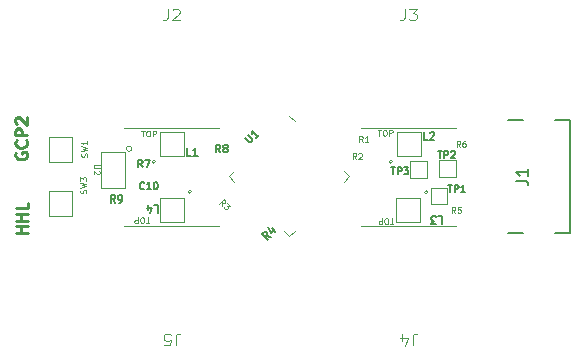
<source format=gbr>
%TF.GenerationSoftware,KiCad,Pcbnew,7.0.6*%
%TF.CreationDate,2023-08-14T23:22:26-07:00*%
%TF.ProjectId,GCP-2,4743502d-322e-46b6-9963-61645f706362,rev?*%
%TF.SameCoordinates,Original*%
%TF.FileFunction,Legend,Top*%
%TF.FilePolarity,Positive*%
%FSLAX46Y46*%
G04 Gerber Fmt 4.6, Leading zero omitted, Abs format (unit mm)*
G04 Created by KiCad (PCBNEW 7.0.6) date 2023-08-14 23:22:26*
%MOMM*%
%LPD*%
G01*
G04 APERTURE LIST*
%ADD10C,0.250000*%
%ADD11C,0.150000*%
%ADD12C,0.125000*%
%ADD13C,0.100000*%
%ADD14C,0.120000*%
%ADD15C,0.200000*%
G04 APERTURE END LIST*
D10*
X176401455Y-144802641D02*
X176353836Y-144897879D01*
X176353836Y-144897879D02*
X176353836Y-145040736D01*
X176353836Y-145040736D02*
X176401455Y-145183593D01*
X176401455Y-145183593D02*
X176496693Y-145278831D01*
X176496693Y-145278831D02*
X176591931Y-145326450D01*
X176591931Y-145326450D02*
X176782407Y-145374069D01*
X176782407Y-145374069D02*
X176925264Y-145374069D01*
X176925264Y-145374069D02*
X177115740Y-145326450D01*
X177115740Y-145326450D02*
X177210978Y-145278831D01*
X177210978Y-145278831D02*
X177306217Y-145183593D01*
X177306217Y-145183593D02*
X177353836Y-145040736D01*
X177353836Y-145040736D02*
X177353836Y-144945498D01*
X177353836Y-144945498D02*
X177306217Y-144802641D01*
X177306217Y-144802641D02*
X177258597Y-144755022D01*
X177258597Y-144755022D02*
X176925264Y-144755022D01*
X176925264Y-144755022D02*
X176925264Y-144945498D01*
X177258597Y-143755022D02*
X177306217Y-143802641D01*
X177306217Y-143802641D02*
X177353836Y-143945498D01*
X177353836Y-143945498D02*
X177353836Y-144040736D01*
X177353836Y-144040736D02*
X177306217Y-144183593D01*
X177306217Y-144183593D02*
X177210978Y-144278831D01*
X177210978Y-144278831D02*
X177115740Y-144326450D01*
X177115740Y-144326450D02*
X176925264Y-144374069D01*
X176925264Y-144374069D02*
X176782407Y-144374069D01*
X176782407Y-144374069D02*
X176591931Y-144326450D01*
X176591931Y-144326450D02*
X176496693Y-144278831D01*
X176496693Y-144278831D02*
X176401455Y-144183593D01*
X176401455Y-144183593D02*
X176353836Y-144040736D01*
X176353836Y-144040736D02*
X176353836Y-143945498D01*
X176353836Y-143945498D02*
X176401455Y-143802641D01*
X176401455Y-143802641D02*
X176449074Y-143755022D01*
X177353836Y-143326450D02*
X176353836Y-143326450D01*
X176353836Y-143326450D02*
X176353836Y-142945498D01*
X176353836Y-142945498D02*
X176401455Y-142850260D01*
X176401455Y-142850260D02*
X176449074Y-142802641D01*
X176449074Y-142802641D02*
X176544312Y-142755022D01*
X176544312Y-142755022D02*
X176687169Y-142755022D01*
X176687169Y-142755022D02*
X176782407Y-142802641D01*
X176782407Y-142802641D02*
X176830026Y-142850260D01*
X176830026Y-142850260D02*
X176877645Y-142945498D01*
X176877645Y-142945498D02*
X176877645Y-143326450D01*
X176449074Y-142374069D02*
X176401455Y-142326450D01*
X176401455Y-142326450D02*
X176353836Y-142231212D01*
X176353836Y-142231212D02*
X176353836Y-141993117D01*
X176353836Y-141993117D02*
X176401455Y-141897879D01*
X176401455Y-141897879D02*
X176449074Y-141850260D01*
X176449074Y-141850260D02*
X176544312Y-141802641D01*
X176544312Y-141802641D02*
X176639550Y-141802641D01*
X176639550Y-141802641D02*
X176782407Y-141850260D01*
X176782407Y-141850260D02*
X177353836Y-142421688D01*
X177353836Y-142421688D02*
X177353836Y-141802641D01*
X177381520Y-151624413D02*
X176381520Y-151624413D01*
X176857710Y-151624413D02*
X176857710Y-151052985D01*
X177381520Y-151052985D02*
X176381520Y-151052985D01*
X177381520Y-150576794D02*
X176381520Y-150576794D01*
X176857710Y-150576794D02*
X176857710Y-150005366D01*
X177381520Y-150005366D02*
X176381520Y-150005366D01*
X177381520Y-149052985D02*
X177381520Y-149529175D01*
X177381520Y-149529175D02*
X176381520Y-149529175D01*
D11*
X208161460Y-146047593D02*
X208504318Y-146047593D01*
X208332889Y-146647593D02*
X208332889Y-146047593D01*
X208704318Y-146647593D02*
X208704318Y-146047593D01*
X208704318Y-146047593D02*
X208932889Y-146047593D01*
X208932889Y-146047593D02*
X208990032Y-146076164D01*
X208990032Y-146076164D02*
X209018603Y-146104736D01*
X209018603Y-146104736D02*
X209047175Y-146161879D01*
X209047175Y-146161879D02*
X209047175Y-146247593D01*
X209047175Y-146247593D02*
X209018603Y-146304736D01*
X209018603Y-146304736D02*
X208990032Y-146333307D01*
X208990032Y-146333307D02*
X208932889Y-146361879D01*
X208932889Y-146361879D02*
X208704318Y-146361879D01*
X209247175Y-146047593D02*
X209618603Y-146047593D01*
X209618603Y-146047593D02*
X209418603Y-146276164D01*
X209418603Y-146276164D02*
X209504318Y-146276164D01*
X209504318Y-146276164D02*
X209561461Y-146304736D01*
X209561461Y-146304736D02*
X209590032Y-146333307D01*
X209590032Y-146333307D02*
X209618603Y-146390450D01*
X209618603Y-146390450D02*
X209618603Y-146533307D01*
X209618603Y-146533307D02*
X209590032Y-146590450D01*
X209590032Y-146590450D02*
X209561461Y-146619022D01*
X209561461Y-146619022D02*
X209504318Y-146647593D01*
X209504318Y-146647593D02*
X209332889Y-146647593D01*
X209332889Y-146647593D02*
X209275746Y-146619022D01*
X209275746Y-146619022D02*
X209247175Y-146590450D01*
X212123011Y-144664369D02*
X212465869Y-144664369D01*
X212294440Y-145264369D02*
X212294440Y-144664369D01*
X212665869Y-145264369D02*
X212665869Y-144664369D01*
X212665869Y-144664369D02*
X212894440Y-144664369D01*
X212894440Y-144664369D02*
X212951583Y-144692940D01*
X212951583Y-144692940D02*
X212980154Y-144721512D01*
X212980154Y-144721512D02*
X213008726Y-144778655D01*
X213008726Y-144778655D02*
X213008726Y-144864369D01*
X213008726Y-144864369D02*
X212980154Y-144921512D01*
X212980154Y-144921512D02*
X212951583Y-144950083D01*
X212951583Y-144950083D02*
X212894440Y-144978655D01*
X212894440Y-144978655D02*
X212665869Y-144978655D01*
X213237297Y-144721512D02*
X213265869Y-144692940D01*
X213265869Y-144692940D02*
X213323012Y-144664369D01*
X213323012Y-144664369D02*
X213465869Y-144664369D01*
X213465869Y-144664369D02*
X213523012Y-144692940D01*
X213523012Y-144692940D02*
X213551583Y-144721512D01*
X213551583Y-144721512D02*
X213580154Y-144778655D01*
X213580154Y-144778655D02*
X213580154Y-144835798D01*
X213580154Y-144835798D02*
X213551583Y-144921512D01*
X213551583Y-144921512D02*
X213208726Y-145264369D01*
X213208726Y-145264369D02*
X213580154Y-145264369D01*
X212996819Y-147533266D02*
X213339677Y-147533266D01*
X213168248Y-148133266D02*
X213168248Y-147533266D01*
X213539677Y-148133266D02*
X213539677Y-147533266D01*
X213539677Y-147533266D02*
X213768248Y-147533266D01*
X213768248Y-147533266D02*
X213825391Y-147561837D01*
X213825391Y-147561837D02*
X213853962Y-147590409D01*
X213853962Y-147590409D02*
X213882534Y-147647552D01*
X213882534Y-147647552D02*
X213882534Y-147733266D01*
X213882534Y-147733266D02*
X213853962Y-147790409D01*
X213853962Y-147790409D02*
X213825391Y-147818980D01*
X213825391Y-147818980D02*
X213768248Y-147847552D01*
X213768248Y-147847552D02*
X213539677Y-147847552D01*
X214453962Y-148133266D02*
X214111105Y-148133266D01*
X214282534Y-148133266D02*
X214282534Y-147533266D01*
X214282534Y-147533266D02*
X214225391Y-147618980D01*
X214225391Y-147618980D02*
X214168248Y-147676123D01*
X214168248Y-147676123D02*
X214111105Y-147704695D01*
X218759227Y-147195574D02*
X219473512Y-147195574D01*
X219473512Y-147195574D02*
X219616369Y-147243193D01*
X219616369Y-147243193D02*
X219711608Y-147338431D01*
X219711608Y-147338431D02*
X219759227Y-147481288D01*
X219759227Y-147481288D02*
X219759227Y-147576526D01*
X219759227Y-146195574D02*
X219759227Y-146767002D01*
X219759227Y-146481288D02*
X218759227Y-146481288D01*
X218759227Y-146481288D02*
X218902084Y-146576526D01*
X218902084Y-146576526D02*
X218997322Y-146671764D01*
X218997322Y-146671764D02*
X219044941Y-146767002D01*
X197970850Y-151902782D02*
X197598778Y-151837122D01*
X197708211Y-152165422D02*
X197248591Y-151705802D01*
X197248591Y-151705802D02*
X197423684Y-151530709D01*
X197423684Y-151530709D02*
X197489344Y-151508823D01*
X197489344Y-151508823D02*
X197533118Y-151508823D01*
X197533118Y-151508823D02*
X197598778Y-151530709D01*
X197598778Y-151530709D02*
X197664437Y-151596369D01*
X197664437Y-151596369D02*
X197686324Y-151662029D01*
X197686324Y-151662029D02*
X197686324Y-151705802D01*
X197686324Y-151705802D02*
X197664437Y-151771462D01*
X197664437Y-151771462D02*
X197489344Y-151946555D01*
X198058397Y-151202410D02*
X198364810Y-151508823D01*
X197773871Y-151136750D02*
X197992737Y-151574483D01*
X197992737Y-151574483D02*
X198277263Y-151289956D01*
D12*
X214007294Y-144321154D02*
X213840628Y-144083059D01*
X213721580Y-144321154D02*
X213721580Y-143821154D01*
X213721580Y-143821154D02*
X213912056Y-143821154D01*
X213912056Y-143821154D02*
X213959675Y-143844964D01*
X213959675Y-143844964D02*
X213983485Y-143868773D01*
X213983485Y-143868773D02*
X214007294Y-143916392D01*
X214007294Y-143916392D02*
X214007294Y-143987821D01*
X214007294Y-143987821D02*
X213983485Y-144035440D01*
X213983485Y-144035440D02*
X213959675Y-144059249D01*
X213959675Y-144059249D02*
X213912056Y-144083059D01*
X213912056Y-144083059D02*
X213721580Y-144083059D01*
X214435866Y-143821154D02*
X214340628Y-143821154D01*
X214340628Y-143821154D02*
X214293009Y-143844964D01*
X214293009Y-143844964D02*
X214269199Y-143868773D01*
X214269199Y-143868773D02*
X214221580Y-143940202D01*
X214221580Y-143940202D02*
X214197771Y-144035440D01*
X214197771Y-144035440D02*
X214197771Y-144225916D01*
X214197771Y-144225916D02*
X214221580Y-144273535D01*
X214221580Y-144273535D02*
X214245390Y-144297345D01*
X214245390Y-144297345D02*
X214293009Y-144321154D01*
X214293009Y-144321154D02*
X214388247Y-144321154D01*
X214388247Y-144321154D02*
X214435866Y-144297345D01*
X214435866Y-144297345D02*
X214459675Y-144273535D01*
X214459675Y-144273535D02*
X214483485Y-144225916D01*
X214483485Y-144225916D02*
X214483485Y-144106868D01*
X214483485Y-144106868D02*
X214459675Y-144059249D01*
X214459675Y-144059249D02*
X214435866Y-144035440D01*
X214435866Y-144035440D02*
X214388247Y-144011630D01*
X214388247Y-144011630D02*
X214293009Y-144011630D01*
X214293009Y-144011630D02*
X214245390Y-144035440D01*
X214245390Y-144035440D02*
X214221580Y-144059249D01*
X214221580Y-144059249D02*
X214197771Y-144106868D01*
X213606300Y-149902559D02*
X213439634Y-149664464D01*
X213320586Y-149902559D02*
X213320586Y-149402559D01*
X213320586Y-149402559D02*
X213511062Y-149402559D01*
X213511062Y-149402559D02*
X213558681Y-149426369D01*
X213558681Y-149426369D02*
X213582491Y-149450178D01*
X213582491Y-149450178D02*
X213606300Y-149497797D01*
X213606300Y-149497797D02*
X213606300Y-149569226D01*
X213606300Y-149569226D02*
X213582491Y-149616845D01*
X213582491Y-149616845D02*
X213558681Y-149640654D01*
X213558681Y-149640654D02*
X213511062Y-149664464D01*
X213511062Y-149664464D02*
X213320586Y-149664464D01*
X214058681Y-149402559D02*
X213820586Y-149402559D01*
X213820586Y-149402559D02*
X213796777Y-149640654D01*
X213796777Y-149640654D02*
X213820586Y-149616845D01*
X213820586Y-149616845D02*
X213868205Y-149593035D01*
X213868205Y-149593035D02*
X213987253Y-149593035D01*
X213987253Y-149593035D02*
X214034872Y-149616845D01*
X214034872Y-149616845D02*
X214058681Y-149640654D01*
X214058681Y-149640654D02*
X214082491Y-149688273D01*
X214082491Y-149688273D02*
X214082491Y-149807321D01*
X214082491Y-149807321D02*
X214058681Y-149854940D01*
X214058681Y-149854940D02*
X214034872Y-149878750D01*
X214034872Y-149878750D02*
X213987253Y-149902559D01*
X213987253Y-149902559D02*
X213868205Y-149902559D01*
X213868205Y-149902559D02*
X213820586Y-149878750D01*
X213820586Y-149878750D02*
X213796777Y-149854940D01*
D11*
X187126521Y-146058250D02*
X186909854Y-145748726D01*
X186755092Y-146058250D02*
X186755092Y-145408250D01*
X186755092Y-145408250D02*
X187002711Y-145408250D01*
X187002711Y-145408250D02*
X187064616Y-145439202D01*
X187064616Y-145439202D02*
X187095569Y-145470155D01*
X187095569Y-145470155D02*
X187126521Y-145532059D01*
X187126521Y-145532059D02*
X187126521Y-145624917D01*
X187126521Y-145624917D02*
X187095569Y-145686821D01*
X187095569Y-145686821D02*
X187064616Y-145717774D01*
X187064616Y-145717774D02*
X187002711Y-145748726D01*
X187002711Y-145748726D02*
X186755092Y-145748726D01*
X187343188Y-145408250D02*
X187776521Y-145408250D01*
X187776521Y-145408250D02*
X187497950Y-146058250D01*
D13*
X189253074Y-132603660D02*
X189253074Y-133317945D01*
X189253074Y-133317945D02*
X189205455Y-133460802D01*
X189205455Y-133460802D02*
X189110217Y-133556041D01*
X189110217Y-133556041D02*
X188967360Y-133603660D01*
X188967360Y-133603660D02*
X188872122Y-133603660D01*
X189681646Y-132698898D02*
X189729265Y-132651279D01*
X189729265Y-132651279D02*
X189824503Y-132603660D01*
X189824503Y-132603660D02*
X190062598Y-132603660D01*
X190062598Y-132603660D02*
X190157836Y-132651279D01*
X190157836Y-132651279D02*
X190205455Y-132698898D01*
X190205455Y-132698898D02*
X190253074Y-132794136D01*
X190253074Y-132794136D02*
X190253074Y-132889374D01*
X190253074Y-132889374D02*
X190205455Y-133032231D01*
X190205455Y-133032231D02*
X189634027Y-133603660D01*
X189634027Y-133603660D02*
X190253074Y-133603660D01*
X187001457Y-142933881D02*
X187287171Y-142933881D01*
X187144314Y-143433881D02*
X187144314Y-142933881D01*
X187549075Y-142933881D02*
X187644313Y-142933881D01*
X187644313Y-142933881D02*
X187691932Y-142957691D01*
X187691932Y-142957691D02*
X187739551Y-143005310D01*
X187739551Y-143005310D02*
X187763361Y-143100548D01*
X187763361Y-143100548D02*
X187763361Y-143267214D01*
X187763361Y-143267214D02*
X187739551Y-143362452D01*
X187739551Y-143362452D02*
X187691932Y-143410072D01*
X187691932Y-143410072D02*
X187644313Y-143433881D01*
X187644313Y-143433881D02*
X187549075Y-143433881D01*
X187549075Y-143433881D02*
X187501456Y-143410072D01*
X187501456Y-143410072D02*
X187453837Y-143362452D01*
X187453837Y-143362452D02*
X187430028Y-143267214D01*
X187430028Y-143267214D02*
X187430028Y-143100548D01*
X187430028Y-143100548D02*
X187453837Y-143005310D01*
X187453837Y-143005310D02*
X187501456Y-142957691D01*
X187501456Y-142957691D02*
X187549075Y-142933881D01*
X187977647Y-143433881D02*
X187977647Y-142933881D01*
X187977647Y-142933881D02*
X188168123Y-142933881D01*
X188168123Y-142933881D02*
X188215742Y-142957691D01*
X188215742Y-142957691D02*
X188239552Y-142981500D01*
X188239552Y-142981500D02*
X188263361Y-143029119D01*
X188263361Y-143029119D02*
X188263361Y-143100548D01*
X188263361Y-143100548D02*
X188239552Y-143148167D01*
X188239552Y-143148167D02*
X188215742Y-143171976D01*
X188215742Y-143171976D02*
X188168123Y-143195786D01*
X188168123Y-143195786D02*
X187977647Y-143195786D01*
D12*
X205748981Y-143909322D02*
X205582315Y-143671227D01*
X205463267Y-143909322D02*
X205463267Y-143409322D01*
X205463267Y-143409322D02*
X205653743Y-143409322D01*
X205653743Y-143409322D02*
X205701362Y-143433132D01*
X205701362Y-143433132D02*
X205725172Y-143456941D01*
X205725172Y-143456941D02*
X205748981Y-143504560D01*
X205748981Y-143504560D02*
X205748981Y-143575989D01*
X205748981Y-143575989D02*
X205725172Y-143623608D01*
X205725172Y-143623608D02*
X205701362Y-143647417D01*
X205701362Y-143647417D02*
X205653743Y-143671227D01*
X205653743Y-143671227D02*
X205463267Y-143671227D01*
X206225172Y-143909322D02*
X205939458Y-143909322D01*
X206082315Y-143909322D02*
X206082315Y-143409322D01*
X206082315Y-143409322D02*
X206034696Y-143480751D01*
X206034696Y-143480751D02*
X205987077Y-143528370D01*
X205987077Y-143528370D02*
X205939458Y-143552179D01*
D11*
X195768327Y-143543764D02*
X196140400Y-143915836D01*
X196140400Y-143915836D02*
X196206060Y-143937723D01*
X196206060Y-143937723D02*
X196249833Y-143937723D01*
X196249833Y-143937723D02*
X196315493Y-143915836D01*
X196315493Y-143915836D02*
X196403040Y-143828290D01*
X196403040Y-143828290D02*
X196424926Y-143762630D01*
X196424926Y-143762630D02*
X196424926Y-143718857D01*
X196424926Y-143718857D02*
X196403040Y-143653197D01*
X196403040Y-143653197D02*
X196030967Y-143281124D01*
X196950205Y-143281124D02*
X196687566Y-143543764D01*
X196818886Y-143412444D02*
X196359266Y-142952825D01*
X196359266Y-142952825D02*
X196381153Y-143062258D01*
X196381153Y-143062258D02*
X196381153Y-143149804D01*
X196381153Y-143149804D02*
X196359266Y-143215464D01*
X191227108Y-145057786D02*
X190917584Y-145057786D01*
X190917584Y-145057786D02*
X190917584Y-144407786D01*
X191784251Y-145057786D02*
X191412822Y-145057786D01*
X191598536Y-145057786D02*
X191598536Y-144407786D01*
X191598536Y-144407786D02*
X191536632Y-144500643D01*
X191536632Y-144500643D02*
X191474727Y-144562548D01*
X191474727Y-144562548D02*
X191412822Y-144593500D01*
X188098354Y-149248070D02*
X188407878Y-149248070D01*
X188407878Y-149248070D02*
X188407878Y-149898070D01*
X187603116Y-149681403D02*
X187603116Y-149248070D01*
X187757878Y-149929023D02*
X187912640Y-149464737D01*
X187912640Y-149464737D02*
X187510259Y-149464737D01*
D12*
X193823029Y-149311769D02*
X193873536Y-149025560D01*
X193620998Y-149109739D02*
X193974552Y-148756186D01*
X193974552Y-148756186D02*
X194109239Y-148890873D01*
X194109239Y-148890873D02*
X194126075Y-148941380D01*
X194126075Y-148941380D02*
X194126075Y-148975052D01*
X194126075Y-148975052D02*
X194109239Y-149025560D01*
X194109239Y-149025560D02*
X194058731Y-149076067D01*
X194058731Y-149076067D02*
X194008223Y-149092903D01*
X194008223Y-149092903D02*
X193974552Y-149092903D01*
X193974552Y-149092903D02*
X193924044Y-149076067D01*
X193924044Y-149076067D02*
X193789357Y-148941380D01*
X194294433Y-149076067D02*
X194513300Y-149294934D01*
X194513300Y-149294934D02*
X194260762Y-149311769D01*
X194260762Y-149311769D02*
X194311269Y-149362277D01*
X194311269Y-149362277D02*
X194328105Y-149412785D01*
X194328105Y-149412785D02*
X194328105Y-149446456D01*
X194328105Y-149446456D02*
X194311269Y-149496964D01*
X194311269Y-149496964D02*
X194227090Y-149581143D01*
X194227090Y-149581143D02*
X194176582Y-149597979D01*
X194176582Y-149597979D02*
X194142910Y-149597979D01*
X194142910Y-149597979D02*
X194092403Y-149581143D01*
X194092403Y-149581143D02*
X193991388Y-149480128D01*
X193991388Y-149480128D02*
X193974552Y-149429621D01*
X193974552Y-149429621D02*
X193974552Y-149395949D01*
D11*
X193694156Y-144779403D02*
X193477489Y-144469879D01*
X193322727Y-144779403D02*
X193322727Y-144129403D01*
X193322727Y-144129403D02*
X193570346Y-144129403D01*
X193570346Y-144129403D02*
X193632251Y-144160355D01*
X193632251Y-144160355D02*
X193663204Y-144191308D01*
X193663204Y-144191308D02*
X193694156Y-144253212D01*
X193694156Y-144253212D02*
X193694156Y-144346070D01*
X193694156Y-144346070D02*
X193663204Y-144407974D01*
X193663204Y-144407974D02*
X193632251Y-144438927D01*
X193632251Y-144438927D02*
X193570346Y-144469879D01*
X193570346Y-144469879D02*
X193322727Y-144469879D01*
X194065585Y-144407974D02*
X194003680Y-144377022D01*
X194003680Y-144377022D02*
X193972727Y-144346070D01*
X193972727Y-144346070D02*
X193941775Y-144284165D01*
X193941775Y-144284165D02*
X193941775Y-144253212D01*
X193941775Y-144253212D02*
X193972727Y-144191308D01*
X193972727Y-144191308D02*
X194003680Y-144160355D01*
X194003680Y-144160355D02*
X194065585Y-144129403D01*
X194065585Y-144129403D02*
X194189394Y-144129403D01*
X194189394Y-144129403D02*
X194251299Y-144160355D01*
X194251299Y-144160355D02*
X194282251Y-144191308D01*
X194282251Y-144191308D02*
X194313204Y-144253212D01*
X194313204Y-144253212D02*
X194313204Y-144284165D01*
X194313204Y-144284165D02*
X194282251Y-144346070D01*
X194282251Y-144346070D02*
X194251299Y-144377022D01*
X194251299Y-144377022D02*
X194189394Y-144407974D01*
X194189394Y-144407974D02*
X194065585Y-144407974D01*
X194065585Y-144407974D02*
X194003680Y-144438927D01*
X194003680Y-144438927D02*
X193972727Y-144469879D01*
X193972727Y-144469879D02*
X193941775Y-144531784D01*
X193941775Y-144531784D02*
X193941775Y-144655593D01*
X193941775Y-144655593D02*
X193972727Y-144717498D01*
X193972727Y-144717498D02*
X194003680Y-144748451D01*
X194003680Y-144748451D02*
X194065585Y-144779403D01*
X194065585Y-144779403D02*
X194189394Y-144779403D01*
X194189394Y-144779403D02*
X194251299Y-144748451D01*
X194251299Y-144748451D02*
X194282251Y-144717498D01*
X194282251Y-144717498D02*
X194313204Y-144655593D01*
X194313204Y-144655593D02*
X194313204Y-144531784D01*
X194313204Y-144531784D02*
X194282251Y-144469879D01*
X194282251Y-144469879D02*
X194251299Y-144438927D01*
X194251299Y-144438927D02*
X194189394Y-144407974D01*
D12*
X205207097Y-145350733D02*
X205040431Y-145112638D01*
X204921383Y-145350733D02*
X204921383Y-144850733D01*
X204921383Y-144850733D02*
X205111859Y-144850733D01*
X205111859Y-144850733D02*
X205159478Y-144874543D01*
X205159478Y-144874543D02*
X205183288Y-144898352D01*
X205183288Y-144898352D02*
X205207097Y-144945971D01*
X205207097Y-144945971D02*
X205207097Y-145017400D01*
X205207097Y-145017400D02*
X205183288Y-145065019D01*
X205183288Y-145065019D02*
X205159478Y-145088828D01*
X205159478Y-145088828D02*
X205111859Y-145112638D01*
X205111859Y-145112638D02*
X204921383Y-145112638D01*
X205397574Y-144898352D02*
X205421383Y-144874543D01*
X205421383Y-144874543D02*
X205469002Y-144850733D01*
X205469002Y-144850733D02*
X205588050Y-144850733D01*
X205588050Y-144850733D02*
X205635669Y-144874543D01*
X205635669Y-144874543D02*
X205659478Y-144898352D01*
X205659478Y-144898352D02*
X205683288Y-144945971D01*
X205683288Y-144945971D02*
X205683288Y-144993590D01*
X205683288Y-144993590D02*
X205659478Y-145065019D01*
X205659478Y-145065019D02*
X205373764Y-145350733D01*
X205373764Y-145350733D02*
X205683288Y-145350733D01*
D13*
X189919741Y-161120821D02*
X189919741Y-160406536D01*
X189919741Y-160406536D02*
X189967360Y-160263679D01*
X189967360Y-160263679D02*
X190062598Y-160168441D01*
X190062598Y-160168441D02*
X190205455Y-160120821D01*
X190205455Y-160120821D02*
X190300693Y-160120821D01*
X188967360Y-161120821D02*
X189443550Y-161120821D01*
X189443550Y-161120821D02*
X189491169Y-160644631D01*
X189491169Y-160644631D02*
X189443550Y-160692250D01*
X189443550Y-160692250D02*
X189348312Y-160739869D01*
X189348312Y-160739869D02*
X189110217Y-160739869D01*
X189110217Y-160739869D02*
X189014979Y-160692250D01*
X189014979Y-160692250D02*
X188967360Y-160644631D01*
X188967360Y-160644631D02*
X188919741Y-160549393D01*
X188919741Y-160549393D02*
X188919741Y-160311298D01*
X188919741Y-160311298D02*
X188967360Y-160216060D01*
X188967360Y-160216060D02*
X189014979Y-160168441D01*
X189014979Y-160168441D02*
X189110217Y-160120821D01*
X189110217Y-160120821D02*
X189348312Y-160120821D01*
X189348312Y-160120821D02*
X189443550Y-160168441D01*
X189443550Y-160168441D02*
X189491169Y-160216060D01*
X187694999Y-150781431D02*
X187409285Y-150781431D01*
X187552142Y-150281431D02*
X187552142Y-150781431D01*
X187147381Y-150781431D02*
X187052143Y-150781431D01*
X187052143Y-150781431D02*
X187004524Y-150757621D01*
X187004524Y-150757621D02*
X186956905Y-150710002D01*
X186956905Y-150710002D02*
X186933095Y-150614764D01*
X186933095Y-150614764D02*
X186933095Y-150448098D01*
X186933095Y-150448098D02*
X186956905Y-150352860D01*
X186956905Y-150352860D02*
X187004524Y-150305241D01*
X187004524Y-150305241D02*
X187052143Y-150281431D01*
X187052143Y-150281431D02*
X187147381Y-150281431D01*
X187147381Y-150281431D02*
X187195000Y-150305241D01*
X187195000Y-150305241D02*
X187242619Y-150352860D01*
X187242619Y-150352860D02*
X187266428Y-150448098D01*
X187266428Y-150448098D02*
X187266428Y-150614764D01*
X187266428Y-150614764D02*
X187242619Y-150710002D01*
X187242619Y-150710002D02*
X187195000Y-150757621D01*
X187195000Y-150757621D02*
X187147381Y-150781431D01*
X186718809Y-150281431D02*
X186718809Y-150781431D01*
X186718809Y-150781431D02*
X186528333Y-150781431D01*
X186528333Y-150781431D02*
X186480714Y-150757621D01*
X186480714Y-150757621D02*
X186456904Y-150733812D01*
X186456904Y-150733812D02*
X186433095Y-150686193D01*
X186433095Y-150686193D02*
X186433095Y-150614764D01*
X186433095Y-150614764D02*
X186456904Y-150567145D01*
X186456904Y-150567145D02*
X186480714Y-150543336D01*
X186480714Y-150543336D02*
X186528333Y-150519526D01*
X186528333Y-150519526D02*
X186718809Y-150519526D01*
D11*
X187260972Y-147842057D02*
X187232400Y-147870629D01*
X187232400Y-147870629D02*
X187146686Y-147899200D01*
X187146686Y-147899200D02*
X187089543Y-147899200D01*
X187089543Y-147899200D02*
X187003829Y-147870629D01*
X187003829Y-147870629D02*
X186946686Y-147813486D01*
X186946686Y-147813486D02*
X186918115Y-147756343D01*
X186918115Y-147756343D02*
X186889543Y-147642057D01*
X186889543Y-147642057D02*
X186889543Y-147556343D01*
X186889543Y-147556343D02*
X186918115Y-147442057D01*
X186918115Y-147442057D02*
X186946686Y-147384914D01*
X186946686Y-147384914D02*
X187003829Y-147327771D01*
X187003829Y-147327771D02*
X187089543Y-147299200D01*
X187089543Y-147299200D02*
X187146686Y-147299200D01*
X187146686Y-147299200D02*
X187232400Y-147327771D01*
X187232400Y-147327771D02*
X187260972Y-147356343D01*
X187832400Y-147899200D02*
X187489543Y-147899200D01*
X187660972Y-147899200D02*
X187660972Y-147299200D01*
X187660972Y-147299200D02*
X187603829Y-147384914D01*
X187603829Y-147384914D02*
X187546686Y-147442057D01*
X187546686Y-147442057D02*
X187489543Y-147470629D01*
X188203829Y-147299200D02*
X188260972Y-147299200D01*
X188260972Y-147299200D02*
X188318115Y-147327771D01*
X188318115Y-147327771D02*
X188346687Y-147356343D01*
X188346687Y-147356343D02*
X188375258Y-147413486D01*
X188375258Y-147413486D02*
X188403829Y-147527771D01*
X188403829Y-147527771D02*
X188403829Y-147670629D01*
X188403829Y-147670629D02*
X188375258Y-147784914D01*
X188375258Y-147784914D02*
X188346687Y-147842057D01*
X188346687Y-147842057D02*
X188318115Y-147870629D01*
X188318115Y-147870629D02*
X188260972Y-147899200D01*
X188260972Y-147899200D02*
X188203829Y-147899200D01*
X188203829Y-147899200D02*
X188146687Y-147870629D01*
X188146687Y-147870629D02*
X188118115Y-147842057D01*
X188118115Y-147842057D02*
X188089544Y-147784914D01*
X188089544Y-147784914D02*
X188060972Y-147670629D01*
X188060972Y-147670629D02*
X188060972Y-147527771D01*
X188060972Y-147527771D02*
X188089544Y-147413486D01*
X188089544Y-147413486D02*
X188118115Y-147356343D01*
X188118115Y-147356343D02*
X188146687Y-147327771D01*
X188146687Y-147327771D02*
X188203829Y-147299200D01*
D13*
X182320300Y-148240665D02*
X182344109Y-148169237D01*
X182344109Y-148169237D02*
X182344109Y-148050189D01*
X182344109Y-148050189D02*
X182320300Y-148002570D01*
X182320300Y-148002570D02*
X182296490Y-147978761D01*
X182296490Y-147978761D02*
X182248871Y-147954951D01*
X182248871Y-147954951D02*
X182201252Y-147954951D01*
X182201252Y-147954951D02*
X182153633Y-147978761D01*
X182153633Y-147978761D02*
X182129823Y-148002570D01*
X182129823Y-148002570D02*
X182106014Y-148050189D01*
X182106014Y-148050189D02*
X182082204Y-148145427D01*
X182082204Y-148145427D02*
X182058395Y-148193046D01*
X182058395Y-148193046D02*
X182034585Y-148216856D01*
X182034585Y-148216856D02*
X181986966Y-148240665D01*
X181986966Y-148240665D02*
X181939347Y-148240665D01*
X181939347Y-148240665D02*
X181891728Y-148216856D01*
X181891728Y-148216856D02*
X181867919Y-148193046D01*
X181867919Y-148193046D02*
X181844109Y-148145427D01*
X181844109Y-148145427D02*
X181844109Y-148026380D01*
X181844109Y-148026380D02*
X181867919Y-147954951D01*
X181844109Y-147788285D02*
X182344109Y-147669237D01*
X182344109Y-147669237D02*
X181986966Y-147573999D01*
X181986966Y-147573999D02*
X182344109Y-147478761D01*
X182344109Y-147478761D02*
X181844109Y-147359714D01*
X181844109Y-147216856D02*
X181844109Y-146907332D01*
X181844109Y-146907332D02*
X182034585Y-147073999D01*
X182034585Y-147073999D02*
X182034585Y-147002570D01*
X182034585Y-147002570D02*
X182058395Y-146954951D01*
X182058395Y-146954951D02*
X182082204Y-146931142D01*
X182082204Y-146931142D02*
X182129823Y-146907332D01*
X182129823Y-146907332D02*
X182248871Y-146907332D01*
X182248871Y-146907332D02*
X182296490Y-146931142D01*
X182296490Y-146931142D02*
X182320300Y-146954951D01*
X182320300Y-146954951D02*
X182344109Y-147002570D01*
X182344109Y-147002570D02*
X182344109Y-147145427D01*
X182344109Y-147145427D02*
X182320300Y-147193046D01*
X182320300Y-147193046D02*
X182296490Y-147216856D01*
D11*
X212128083Y-150177369D02*
X212437607Y-150177369D01*
X212437607Y-150177369D02*
X212437607Y-150827369D01*
X211973321Y-150827369D02*
X211570940Y-150827369D01*
X211570940Y-150827369D02*
X211787607Y-150579750D01*
X211787607Y-150579750D02*
X211694750Y-150579750D01*
X211694750Y-150579750D02*
X211632845Y-150548798D01*
X211632845Y-150548798D02*
X211601893Y-150517845D01*
X211601893Y-150517845D02*
X211570940Y-150455941D01*
X211570940Y-150455941D02*
X211570940Y-150301179D01*
X211570940Y-150301179D02*
X211601893Y-150239274D01*
X211601893Y-150239274D02*
X211632845Y-150208322D01*
X211632845Y-150208322D02*
X211694750Y-150177369D01*
X211694750Y-150177369D02*
X211880464Y-150177369D01*
X211880464Y-150177369D02*
X211942369Y-150208322D01*
X211942369Y-150208322D02*
X211973321Y-150239274D01*
D13*
X209319074Y-132603660D02*
X209319074Y-133317945D01*
X209319074Y-133317945D02*
X209271455Y-133460802D01*
X209271455Y-133460802D02*
X209176217Y-133556041D01*
X209176217Y-133556041D02*
X209033360Y-133603660D01*
X209033360Y-133603660D02*
X208938122Y-133603660D01*
X209700027Y-132603660D02*
X210319074Y-132603660D01*
X210319074Y-132603660D02*
X209985741Y-132984612D01*
X209985741Y-132984612D02*
X210128598Y-132984612D01*
X210128598Y-132984612D02*
X210223836Y-133032231D01*
X210223836Y-133032231D02*
X210271455Y-133079850D01*
X210271455Y-133079850D02*
X210319074Y-133175088D01*
X210319074Y-133175088D02*
X210319074Y-133413183D01*
X210319074Y-133413183D02*
X210271455Y-133508421D01*
X210271455Y-133508421D02*
X210223836Y-133556041D01*
X210223836Y-133556041D02*
X210128598Y-133603660D01*
X210128598Y-133603660D02*
X209842884Y-133603660D01*
X209842884Y-133603660D02*
X209747646Y-133556041D01*
X209747646Y-133556041D02*
X209700027Y-133508421D01*
X207018653Y-142858018D02*
X207304367Y-142858018D01*
X207161510Y-143358018D02*
X207161510Y-142858018D01*
X207566271Y-142858018D02*
X207661509Y-142858018D01*
X207661509Y-142858018D02*
X207709128Y-142881828D01*
X207709128Y-142881828D02*
X207756747Y-142929447D01*
X207756747Y-142929447D02*
X207780557Y-143024685D01*
X207780557Y-143024685D02*
X207780557Y-143191351D01*
X207780557Y-143191351D02*
X207756747Y-143286589D01*
X207756747Y-143286589D02*
X207709128Y-143334209D01*
X207709128Y-143334209D02*
X207661509Y-143358018D01*
X207661509Y-143358018D02*
X207566271Y-143358018D01*
X207566271Y-143358018D02*
X207518652Y-143334209D01*
X207518652Y-143334209D02*
X207471033Y-143286589D01*
X207471033Y-143286589D02*
X207447224Y-143191351D01*
X207447224Y-143191351D02*
X207447224Y-143024685D01*
X207447224Y-143024685D02*
X207471033Y-142929447D01*
X207471033Y-142929447D02*
X207518652Y-142881828D01*
X207518652Y-142881828D02*
X207566271Y-142858018D01*
X207994843Y-143358018D02*
X207994843Y-142858018D01*
X207994843Y-142858018D02*
X208185319Y-142858018D01*
X208185319Y-142858018D02*
X208232938Y-142881828D01*
X208232938Y-142881828D02*
X208256748Y-142905637D01*
X208256748Y-142905637D02*
X208280557Y-142953256D01*
X208280557Y-142953256D02*
X208280557Y-143024685D01*
X208280557Y-143024685D02*
X208256748Y-143072304D01*
X208256748Y-143072304D02*
X208232938Y-143096113D01*
X208232938Y-143096113D02*
X208185319Y-143119923D01*
X208185319Y-143119923D02*
X207994843Y-143119923D01*
D11*
X184796420Y-149049449D02*
X184579753Y-148739925D01*
X184424991Y-149049449D02*
X184424991Y-148399449D01*
X184424991Y-148399449D02*
X184672610Y-148399449D01*
X184672610Y-148399449D02*
X184734515Y-148430401D01*
X184734515Y-148430401D02*
X184765468Y-148461354D01*
X184765468Y-148461354D02*
X184796420Y-148523258D01*
X184796420Y-148523258D02*
X184796420Y-148616116D01*
X184796420Y-148616116D02*
X184765468Y-148678020D01*
X184765468Y-148678020D02*
X184734515Y-148708973D01*
X184734515Y-148708973D02*
X184672610Y-148739925D01*
X184672610Y-148739925D02*
X184424991Y-148739925D01*
X185105944Y-149049449D02*
X185229753Y-149049449D01*
X185229753Y-149049449D02*
X185291658Y-149018497D01*
X185291658Y-149018497D02*
X185322610Y-148987544D01*
X185322610Y-148987544D02*
X185384515Y-148894687D01*
X185384515Y-148894687D02*
X185415468Y-148770877D01*
X185415468Y-148770877D02*
X185415468Y-148523258D01*
X185415468Y-148523258D02*
X185384515Y-148461354D01*
X185384515Y-148461354D02*
X185353563Y-148430401D01*
X185353563Y-148430401D02*
X185291658Y-148399449D01*
X185291658Y-148399449D02*
X185167849Y-148399449D01*
X185167849Y-148399449D02*
X185105944Y-148430401D01*
X185105944Y-148430401D02*
X185074991Y-148461354D01*
X185074991Y-148461354D02*
X185044039Y-148523258D01*
X185044039Y-148523258D02*
X185044039Y-148678020D01*
X185044039Y-148678020D02*
X185074991Y-148739925D01*
X185074991Y-148739925D02*
X185105944Y-148770877D01*
X185105944Y-148770877D02*
X185167849Y-148801830D01*
X185167849Y-148801830D02*
X185291658Y-148801830D01*
X185291658Y-148801830D02*
X185353563Y-148770877D01*
X185353563Y-148770877D02*
X185384515Y-148739925D01*
X185384515Y-148739925D02*
X185415468Y-148678020D01*
D13*
X182419309Y-145153760D02*
X182443118Y-145082332D01*
X182443118Y-145082332D02*
X182443118Y-144963284D01*
X182443118Y-144963284D02*
X182419309Y-144915665D01*
X182419309Y-144915665D02*
X182395499Y-144891856D01*
X182395499Y-144891856D02*
X182347880Y-144868046D01*
X182347880Y-144868046D02*
X182300261Y-144868046D01*
X182300261Y-144868046D02*
X182252642Y-144891856D01*
X182252642Y-144891856D02*
X182228832Y-144915665D01*
X182228832Y-144915665D02*
X182205023Y-144963284D01*
X182205023Y-144963284D02*
X182181213Y-145058522D01*
X182181213Y-145058522D02*
X182157404Y-145106141D01*
X182157404Y-145106141D02*
X182133594Y-145129951D01*
X182133594Y-145129951D02*
X182085975Y-145153760D01*
X182085975Y-145153760D02*
X182038356Y-145153760D01*
X182038356Y-145153760D02*
X181990737Y-145129951D01*
X181990737Y-145129951D02*
X181966928Y-145106141D01*
X181966928Y-145106141D02*
X181943118Y-145058522D01*
X181943118Y-145058522D02*
X181943118Y-144939475D01*
X181943118Y-144939475D02*
X181966928Y-144868046D01*
X181943118Y-144701380D02*
X182443118Y-144582332D01*
X182443118Y-144582332D02*
X182085975Y-144487094D01*
X182085975Y-144487094D02*
X182443118Y-144391856D01*
X182443118Y-144391856D02*
X181943118Y-144272809D01*
X182443118Y-143820427D02*
X182443118Y-144106141D01*
X182443118Y-143963284D02*
X181943118Y-143963284D01*
X181943118Y-143963284D02*
X182014547Y-144010903D01*
X182014547Y-144010903D02*
X182062166Y-144058522D01*
X182062166Y-144058522D02*
X182085975Y-144106141D01*
X209985741Y-161120821D02*
X209985741Y-160406536D01*
X209985741Y-160406536D02*
X210033360Y-160263679D01*
X210033360Y-160263679D02*
X210128598Y-160168441D01*
X210128598Y-160168441D02*
X210271455Y-160120821D01*
X210271455Y-160120821D02*
X210366693Y-160120821D01*
X209080979Y-160787488D02*
X209080979Y-160120821D01*
X209319074Y-161168441D02*
X209557169Y-160454155D01*
X209557169Y-160454155D02*
X208938122Y-160454155D01*
X208358807Y-150863259D02*
X208073093Y-150863259D01*
X208215950Y-150363259D02*
X208215950Y-150863259D01*
X207811189Y-150863259D02*
X207715951Y-150863259D01*
X207715951Y-150863259D02*
X207668332Y-150839449D01*
X207668332Y-150839449D02*
X207620713Y-150791830D01*
X207620713Y-150791830D02*
X207596903Y-150696592D01*
X207596903Y-150696592D02*
X207596903Y-150529926D01*
X207596903Y-150529926D02*
X207620713Y-150434688D01*
X207620713Y-150434688D02*
X207668332Y-150387069D01*
X207668332Y-150387069D02*
X207715951Y-150363259D01*
X207715951Y-150363259D02*
X207811189Y-150363259D01*
X207811189Y-150363259D02*
X207858808Y-150387069D01*
X207858808Y-150387069D02*
X207906427Y-150434688D01*
X207906427Y-150434688D02*
X207930236Y-150529926D01*
X207930236Y-150529926D02*
X207930236Y-150696592D01*
X207930236Y-150696592D02*
X207906427Y-150791830D01*
X207906427Y-150791830D02*
X207858808Y-150839449D01*
X207858808Y-150839449D02*
X207811189Y-150863259D01*
X207382617Y-150363259D02*
X207382617Y-150863259D01*
X207382617Y-150863259D02*
X207192141Y-150863259D01*
X207192141Y-150863259D02*
X207144522Y-150839449D01*
X207144522Y-150839449D02*
X207120712Y-150815640D01*
X207120712Y-150815640D02*
X207096903Y-150768021D01*
X207096903Y-150768021D02*
X207096903Y-150696592D01*
X207096903Y-150696592D02*
X207120712Y-150648973D01*
X207120712Y-150648973D02*
X207144522Y-150625164D01*
X207144522Y-150625164D02*
X207192141Y-150601354D01*
X207192141Y-150601354D02*
X207382617Y-150601354D01*
D11*
X211270522Y-143721559D02*
X210960998Y-143721559D01*
X210960998Y-143721559D02*
X210960998Y-143071559D01*
X211456236Y-143133464D02*
X211487188Y-143102511D01*
X211487188Y-143102511D02*
X211549093Y-143071559D01*
X211549093Y-143071559D02*
X211703855Y-143071559D01*
X211703855Y-143071559D02*
X211765760Y-143102511D01*
X211765760Y-143102511D02*
X211796712Y-143133464D01*
X211796712Y-143133464D02*
X211827665Y-143195368D01*
X211827665Y-143195368D02*
X211827665Y-143257273D01*
X211827665Y-143257273D02*
X211796712Y-143350130D01*
X211796712Y-143350130D02*
X211425284Y-143721559D01*
X211425284Y-143721559D02*
X211827665Y-143721559D01*
D13*
X183477128Y-145839577D02*
X183072366Y-145839577D01*
X183072366Y-145839577D02*
X183024747Y-145863387D01*
X183024747Y-145863387D02*
X183000938Y-145887196D01*
X183000938Y-145887196D02*
X182977128Y-145934815D01*
X182977128Y-145934815D02*
X182977128Y-146030053D01*
X182977128Y-146030053D02*
X183000938Y-146077672D01*
X183000938Y-146077672D02*
X183024747Y-146101482D01*
X183024747Y-146101482D02*
X183072366Y-146125291D01*
X183072366Y-146125291D02*
X183477128Y-146125291D01*
X183429509Y-146339578D02*
X183453318Y-146363387D01*
X183453318Y-146363387D02*
X183477128Y-146411006D01*
X183477128Y-146411006D02*
X183477128Y-146530054D01*
X183477128Y-146530054D02*
X183453318Y-146577673D01*
X183453318Y-146577673D02*
X183429509Y-146601482D01*
X183429509Y-146601482D02*
X183381890Y-146625292D01*
X183381890Y-146625292D02*
X183334271Y-146625292D01*
X183334271Y-146625292D02*
X183262842Y-146601482D01*
X183262842Y-146601482D02*
X182977128Y-146315768D01*
X182977128Y-146315768D02*
X182977128Y-146625292D01*
D14*
%TO.C,TP3*%
X209787327Y-146948633D02*
X209787327Y-145548633D01*
X211187327Y-145548633D02*
X211187327Y-146948633D01*
X209787327Y-145548633D02*
X211187327Y-145548633D01*
X211187327Y-146948633D02*
X209787327Y-146948633D01*
%TO.C,TP2*%
X212227237Y-146860261D02*
X212227237Y-145460261D01*
X213627237Y-145460261D02*
X213627237Y-146860261D01*
X212227237Y-145460261D02*
X213627237Y-145460261D01*
X213627237Y-146860261D02*
X212227237Y-146860261D01*
%TO.C,TP1*%
X212926284Y-149161640D02*
X211526284Y-149161640D01*
X211526284Y-147761640D02*
X212926284Y-147761640D01*
X212926284Y-147761640D02*
X212926284Y-149161640D01*
X211526284Y-149161640D02*
X211526284Y-147761640D01*
D15*
%TO.C,J1*%
X218056187Y-151620946D02*
X219306187Y-151620946D01*
X222026187Y-151620946D02*
X223306187Y-151620946D01*
X223306187Y-151620946D02*
X223306187Y-142040946D01*
X218056187Y-142040946D02*
X219306187Y-142040946D01*
X223306187Y-142040946D02*
X222026187Y-142040946D01*
D13*
%TO.C,J2*%
X185586408Y-142694241D02*
X193586408Y-142694241D01*
D14*
%TO.C,U1*%
X204179052Y-146334833D02*
X204638671Y-146794452D01*
X204638671Y-146794452D02*
X204179052Y-147254071D01*
X194887668Y-147254071D02*
X194428049Y-146794452D01*
X194428049Y-146794452D02*
X194887668Y-146334833D01*
X199073741Y-151440144D02*
X199533360Y-151899763D01*
X199533360Y-151899763D02*
X199992979Y-151440144D01*
X199992979Y-142148760D02*
X199533360Y-141689141D01*
%TO.C,L1*%
X188570408Y-143052241D02*
X190602408Y-143052241D01*
X188570408Y-145084241D02*
X188570408Y-143052241D01*
X190602408Y-143052241D02*
X190602408Y-145084241D01*
X190602408Y-145084241D02*
X188570408Y-145084241D01*
X188214142Y-145592241D02*
G75*
G03*
X188214142Y-145592241I-151734J0D01*
G01*
%TO.C,L4*%
X190602408Y-150672241D02*
X188570408Y-150672241D01*
X190602408Y-148640241D02*
X190602408Y-150672241D01*
X188570408Y-150672241D02*
X188570408Y-148640241D01*
X188570408Y-148640241D02*
X190602408Y-148640241D01*
X191262142Y-148132241D02*
G75*
G03*
X191262142Y-148132241I-151734J0D01*
G01*
D13*
%TO.C,J5*%
X193586408Y-151030241D02*
X185586408Y-151030241D01*
%TO.C,SW3*%
X179239208Y-150148800D02*
X181137608Y-150148800D01*
X181137608Y-150148800D02*
X181137608Y-148047200D01*
X181137608Y-148047200D02*
X179239208Y-148047200D01*
X179239208Y-148047200D02*
X179239208Y-150148800D01*
D14*
%TO.C,L3*%
X210635408Y-150705241D02*
X208603408Y-150705241D01*
X210635408Y-148673241D02*
X210635408Y-150705241D01*
X208603408Y-150705241D02*
X208603408Y-148673241D01*
X208603408Y-148673241D02*
X210635408Y-148673241D01*
X211295142Y-148165241D02*
G75*
G03*
X211295142Y-148165241I-151734J0D01*
G01*
D13*
%TO.C,J3*%
X205652408Y-142694241D02*
X213652408Y-142694241D01*
%TO.C,SW1*%
X179239208Y-145576800D02*
X181137608Y-145576800D01*
X181137608Y-145576800D02*
X181137608Y-143475200D01*
X181137608Y-143475200D02*
X179239208Y-143475200D01*
X179239208Y-143475200D02*
X179239208Y-145576800D01*
%TO.C,J4*%
X213652408Y-151030241D02*
X205652408Y-151030241D01*
D14*
%TO.C,L2*%
X208636408Y-143052241D02*
X210668408Y-143052241D01*
X208636408Y-145084241D02*
X208636408Y-143052241D01*
X210668408Y-143052241D02*
X210668408Y-145084241D01*
X210668408Y-145084241D02*
X208636408Y-145084241D01*
X208280142Y-145592241D02*
G75*
G03*
X208280142Y-145592241I-151734J0D01*
G01*
D13*
%TO.C,U2*%
X185674000Y-144780000D02*
X183642000Y-144780000D01*
X183642000Y-144780000D02*
X183642000Y-147828000D01*
X183642000Y-147828000D02*
X185674000Y-147828000D01*
X185674000Y-147828000D02*
X185674000Y-144780000D01*
X186205985Y-144475200D02*
G75*
G03*
X186205985Y-144475200I-227185J0D01*
G01*
%TD*%
M02*

</source>
